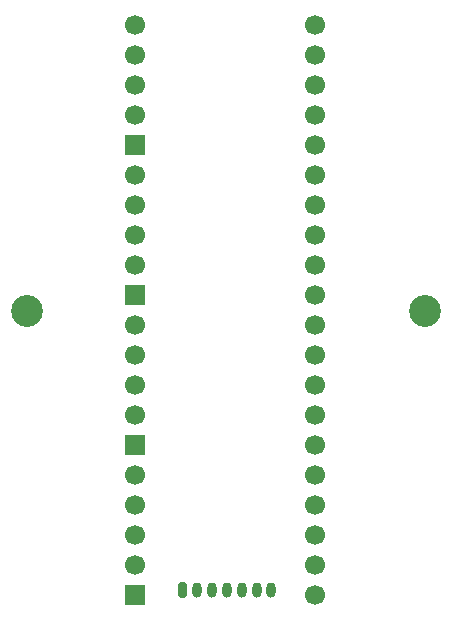
<source format=gbr>
%TF.GenerationSoftware,KiCad,Pcbnew,5.1.9-73d0e3b20d~88~ubuntu20.04.1*%
%TF.CreationDate,2021-03-05T17:28:59-06:00*%
%TF.ProjectId,portalgun-display,706f7274-616c-4677-956e-2d646973706c,rev?*%
%TF.SameCoordinates,Original*%
%TF.FileFunction,Soldermask,Top*%
%TF.FilePolarity,Negative*%
%FSLAX46Y46*%
G04 Gerber Fmt 4.6, Leading zero omitted, Abs format (unit mm)*
G04 Created by KiCad (PCBNEW 5.1.9-73d0e3b20d~88~ubuntu20.04.1) date 2021-03-05 17:28:59*
%MOMM*%
%LPD*%
G01*
G04 APERTURE LIST*
%ADD10C,2.700000*%
%ADD11C,1.700000*%
%ADD12R,1.700000X1.700000*%
%ADD13O,0.800000X1.300000*%
G04 APERTURE END LIST*
D10*
%TO.C,H2*%
X145198300Y-101429000D03*
%TD*%
%TO.C,H1*%
X111448700Y-101429000D03*
%TD*%
D11*
%TO.C,U6*%
X135890000Y-100076000D03*
X135890000Y-97536000D03*
X135890000Y-94996000D03*
X135890000Y-92456000D03*
X135890000Y-89916000D03*
X120650000Y-89916000D03*
X120650000Y-92456000D03*
X120650000Y-94996000D03*
X120650000Y-97536000D03*
D12*
X120650000Y-100076000D03*
%TD*%
D11*
%TO.C,U8*%
X135890000Y-112776000D03*
X135890000Y-110236000D03*
X135890000Y-107696000D03*
X135890000Y-105156000D03*
X135890000Y-102616000D03*
X120650000Y-102616000D03*
X120650000Y-105156000D03*
X120650000Y-107696000D03*
X120650000Y-110236000D03*
D12*
X120650000Y-112776000D03*
%TD*%
D11*
%TO.C,U9*%
X135890000Y-125476000D03*
X135890000Y-122936000D03*
X135890000Y-120396000D03*
X135890000Y-117856000D03*
X135890000Y-115316000D03*
X120650000Y-115316000D03*
X120650000Y-117856000D03*
X120650000Y-120396000D03*
X120650000Y-122936000D03*
D12*
X120650000Y-125476000D03*
%TD*%
D11*
%TO.C,U5*%
X135890000Y-87376000D03*
X135890000Y-84836000D03*
X135890000Y-82296000D03*
X135890000Y-79756000D03*
X135890000Y-77216000D03*
X120650000Y-77216000D03*
X120650000Y-79756000D03*
X120650000Y-82296000D03*
X120650000Y-84836000D03*
D12*
X120650000Y-87376000D03*
%TD*%
D13*
%TO.C,J1*%
X132156700Y-125051000D03*
X130906700Y-125051000D03*
X129656700Y-125051000D03*
X128406700Y-125051000D03*
X127156700Y-125051000D03*
X125906700Y-125051000D03*
G36*
G01*
X124256700Y-125501000D02*
X124256700Y-124601000D01*
G75*
G02*
X124456700Y-124401000I200000J0D01*
G01*
X124856700Y-124401000D01*
G75*
G02*
X125056700Y-124601000I0J-200000D01*
G01*
X125056700Y-125501000D01*
G75*
G02*
X124856700Y-125701000I-200000J0D01*
G01*
X124456700Y-125701000D01*
G75*
G02*
X124256700Y-125501000I0J200000D01*
G01*
G37*
%TD*%
M02*

</source>
